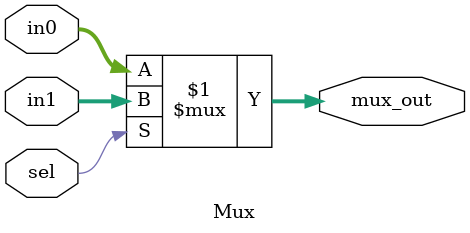
<source format=v>
`default_nettype none
`timescale 1ns/1ps

module Mux #(parameter width = 5)(
    input wire [width-1:0] in0, in1,
    input wire sel,
    output wire [width-1:0] mux_out
);
    assign mux_out = sel ? in1 : in0;
endmodule

</source>
